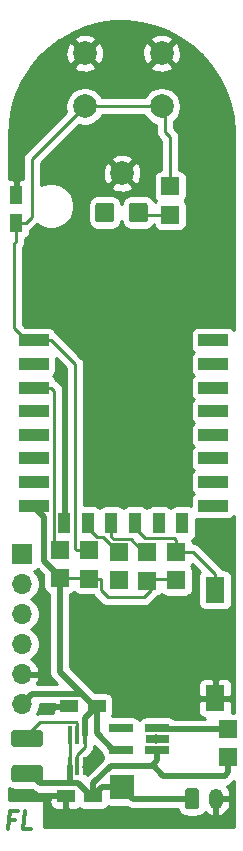
<source format=gbr>
G04 #@! TF.GenerationSoftware,KiCad,Pcbnew,(5.1.5)-1*
G04 #@! TF.CreationDate,2021-02-18T15:35:30+01:00*
G04 #@! TF.ProjectId,button,62757474-6f6e-42e6-9b69-6361645f7063,rev?*
G04 #@! TF.SameCoordinates,Original*
G04 #@! TF.FileFunction,Copper,L1,Top*
G04 #@! TF.FilePolarity,Positive*
%FSLAX46Y46*%
G04 Gerber Fmt 4.6, Leading zero omitted, Abs format (unit mm)*
G04 Created by KiCad (PCBNEW (5.1.5)-1) date 2021-02-18 15:35:30*
%MOMM*%
%LPD*%
G04 APERTURE LIST*
%ADD10C,0.300000*%
%ADD11R,2.000000X0.650000*%
%ADD12C,0.100000*%
%ADD13R,1.500000X1.500000*%
%ADD14O,1.200000X1.750000*%
%ADD15O,1.700000X1.700000*%
%ADD16R,1.700000X1.700000*%
%ADD17R,2.500000X1.000000*%
%ADD18R,1.000000X1.800000*%
%ADD19R,0.400000X1.500000*%
%ADD20R,1.600000X2.180000*%
%ADD21C,2.000000*%
%ADD22R,1.500000X1.100000*%
%ADD23R,1.100000X1.500000*%
%ADD24R,2.000000X2.000000*%
%ADD25C,0.800000*%
%ADD26C,0.250000*%
%ADD27C,0.500000*%
%ADD28C,0.254000*%
G04 APERTURE END LIST*
D10*
X117909285Y-112262857D02*
X117409285Y-112262857D01*
X117311071Y-113048571D02*
X117498571Y-111548571D01*
X118212857Y-111548571D01*
X119311071Y-113048571D02*
X118596785Y-113048571D01*
X118784285Y-111548571D01*
D11*
X126950000Y-106380000D03*
X126950000Y-104480000D03*
X130000000Y-104480000D03*
G04 #@! TA.AperFunction,SMDPad,CuDef*
D12*
G36*
X131000000Y-105105000D02*
G01*
X131000000Y-105755000D01*
X129000000Y-105755000D01*
X129000000Y-105105000D01*
X131000000Y-105105000D01*
G37*
G04 #@! TD.AperFunction*
D11*
X130000000Y-106380000D03*
D13*
X135990000Y-104590000D03*
X135990000Y-106990000D03*
D14*
X134930000Y-110490000D03*
G04 #@! TA.AperFunction,ComponentPad*
D12*
G36*
X133304505Y-109616204D02*
G01*
X133328773Y-109619804D01*
X133352572Y-109625765D01*
X133375671Y-109634030D01*
X133397850Y-109644520D01*
X133418893Y-109657132D01*
X133438599Y-109671747D01*
X133456777Y-109688223D01*
X133473253Y-109706401D01*
X133487868Y-109726107D01*
X133500480Y-109747150D01*
X133510970Y-109769329D01*
X133519235Y-109792428D01*
X133525196Y-109816227D01*
X133528796Y-109840495D01*
X133530000Y-109864999D01*
X133530000Y-111115001D01*
X133528796Y-111139505D01*
X133525196Y-111163773D01*
X133519235Y-111187572D01*
X133510970Y-111210671D01*
X133500480Y-111232850D01*
X133487868Y-111253893D01*
X133473253Y-111273599D01*
X133456777Y-111291777D01*
X133438599Y-111308253D01*
X133418893Y-111322868D01*
X133397850Y-111335480D01*
X133375671Y-111345970D01*
X133352572Y-111354235D01*
X133328773Y-111360196D01*
X133304505Y-111363796D01*
X133280001Y-111365000D01*
X132579999Y-111365000D01*
X132555495Y-111363796D01*
X132531227Y-111360196D01*
X132507428Y-111354235D01*
X132484329Y-111345970D01*
X132462150Y-111335480D01*
X132441107Y-111322868D01*
X132421401Y-111308253D01*
X132403223Y-111291777D01*
X132386747Y-111273599D01*
X132372132Y-111253893D01*
X132359520Y-111232850D01*
X132349030Y-111210671D01*
X132340765Y-111187572D01*
X132334804Y-111163773D01*
X132331204Y-111139505D01*
X132330000Y-111115001D01*
X132330000Y-109864999D01*
X132331204Y-109840495D01*
X132334804Y-109816227D01*
X132340765Y-109792428D01*
X132349030Y-109769329D01*
X132359520Y-109747150D01*
X132372132Y-109726107D01*
X132386747Y-109706401D01*
X132403223Y-109688223D01*
X132421401Y-109671747D01*
X132441107Y-109657132D01*
X132462150Y-109644520D01*
X132484329Y-109634030D01*
X132507428Y-109625765D01*
X132531227Y-109619804D01*
X132555495Y-109616204D01*
X132579999Y-109615000D01*
X133280001Y-109615000D01*
X133304505Y-109616204D01*
G37*
G04 #@! TD.AperFunction*
D15*
X118560000Y-102470000D03*
X118560000Y-99930000D03*
X118560000Y-97390000D03*
X118560000Y-94850000D03*
X118560000Y-92310000D03*
D16*
X118560000Y-89770000D03*
G04 #@! TA.AperFunction,SMDPad,CuDef*
D12*
G36*
X128959504Y-60026204D02*
G01*
X128983773Y-60029804D01*
X129007571Y-60035765D01*
X129030671Y-60044030D01*
X129052849Y-60054520D01*
X129073893Y-60067133D01*
X129093598Y-60081747D01*
X129111777Y-60098223D01*
X129128253Y-60116402D01*
X129142867Y-60136107D01*
X129155480Y-60157151D01*
X129165970Y-60179329D01*
X129174235Y-60202429D01*
X129180196Y-60226227D01*
X129183796Y-60250496D01*
X129185000Y-60275000D01*
X129185000Y-61425000D01*
X129183796Y-61449504D01*
X129180196Y-61473773D01*
X129174235Y-61497571D01*
X129165970Y-61520671D01*
X129155480Y-61542849D01*
X129142867Y-61563893D01*
X129128253Y-61583598D01*
X129111777Y-61601777D01*
X129093598Y-61618253D01*
X129073893Y-61632867D01*
X129052849Y-61645480D01*
X129030671Y-61655970D01*
X129007571Y-61664235D01*
X128983773Y-61670196D01*
X128959504Y-61673796D01*
X128935000Y-61675000D01*
X127835000Y-61675000D01*
X127810496Y-61673796D01*
X127786227Y-61670196D01*
X127762429Y-61664235D01*
X127739329Y-61655970D01*
X127717151Y-61645480D01*
X127696107Y-61632867D01*
X127676402Y-61618253D01*
X127658223Y-61601777D01*
X127641747Y-61583598D01*
X127627133Y-61563893D01*
X127614520Y-61542849D01*
X127604030Y-61520671D01*
X127595765Y-61497571D01*
X127589804Y-61473773D01*
X127586204Y-61449504D01*
X127585000Y-61425000D01*
X127585000Y-60275000D01*
X127586204Y-60250496D01*
X127589804Y-60226227D01*
X127595765Y-60202429D01*
X127604030Y-60179329D01*
X127614520Y-60157151D01*
X127627133Y-60136107D01*
X127641747Y-60116402D01*
X127658223Y-60098223D01*
X127676402Y-60081747D01*
X127696107Y-60067133D01*
X127717151Y-60054520D01*
X127739329Y-60044030D01*
X127762429Y-60035765D01*
X127786227Y-60029804D01*
X127810496Y-60026204D01*
X127835000Y-60025000D01*
X128935000Y-60025000D01*
X128959504Y-60026204D01*
G37*
G04 #@! TD.AperFunction*
G04 #@! TA.AperFunction,SMDPad,CuDef*
G36*
X126109504Y-60026204D02*
G01*
X126133773Y-60029804D01*
X126157571Y-60035765D01*
X126180671Y-60044030D01*
X126202849Y-60054520D01*
X126223893Y-60067133D01*
X126243598Y-60081747D01*
X126261777Y-60098223D01*
X126278253Y-60116402D01*
X126292867Y-60136107D01*
X126305480Y-60157151D01*
X126315970Y-60179329D01*
X126324235Y-60202429D01*
X126330196Y-60226227D01*
X126333796Y-60250496D01*
X126335000Y-60275000D01*
X126335000Y-61425000D01*
X126333796Y-61449504D01*
X126330196Y-61473773D01*
X126324235Y-61497571D01*
X126315970Y-61520671D01*
X126305480Y-61542849D01*
X126292867Y-61563893D01*
X126278253Y-61583598D01*
X126261777Y-61601777D01*
X126243598Y-61618253D01*
X126223893Y-61632867D01*
X126202849Y-61645480D01*
X126180671Y-61655970D01*
X126157571Y-61664235D01*
X126133773Y-61670196D01*
X126109504Y-61673796D01*
X126085000Y-61675000D01*
X124985000Y-61675000D01*
X124960496Y-61673796D01*
X124936227Y-61670196D01*
X124912429Y-61664235D01*
X124889329Y-61655970D01*
X124867151Y-61645480D01*
X124846107Y-61632867D01*
X124826402Y-61618253D01*
X124808223Y-61601777D01*
X124791747Y-61583598D01*
X124777133Y-61563893D01*
X124764520Y-61542849D01*
X124754030Y-61520671D01*
X124745765Y-61497571D01*
X124739804Y-61473773D01*
X124736204Y-61449504D01*
X124735000Y-61425000D01*
X124735000Y-60275000D01*
X124736204Y-60250496D01*
X124739804Y-60226227D01*
X124745765Y-60202429D01*
X124754030Y-60179329D01*
X124764520Y-60157151D01*
X124777133Y-60136107D01*
X124791747Y-60116402D01*
X124808223Y-60098223D01*
X124826402Y-60081747D01*
X124846107Y-60067133D01*
X124867151Y-60054520D01*
X124889329Y-60044030D01*
X124912429Y-60035765D01*
X124936227Y-60029804D01*
X124960496Y-60026204D01*
X124985000Y-60025000D01*
X126085000Y-60025000D01*
X126109504Y-60026204D01*
G37*
G04 #@! TD.AperFunction*
D17*
X134710000Y-71680000D03*
X134710000Y-73680000D03*
X134710000Y-75680000D03*
X134710000Y-77680000D03*
X134710000Y-79680000D03*
X134710000Y-81680000D03*
X134710000Y-83680000D03*
X134710000Y-85680000D03*
D18*
X132110000Y-87180000D03*
X130110000Y-87180000D03*
X128110000Y-87180000D03*
X126110000Y-87180000D03*
X124110000Y-87180000D03*
X122110000Y-87180000D03*
D17*
X119510000Y-85680000D03*
X119510000Y-83680000D03*
X119510000Y-81680000D03*
X119510000Y-79680000D03*
X119510000Y-77680000D03*
X119510000Y-75680000D03*
X119510000Y-73680000D03*
X119510000Y-71680000D03*
D19*
X122560000Y-107750000D03*
X123210000Y-107750000D03*
X123860000Y-107750000D03*
X123860000Y-105090000D03*
X123210000Y-105090000D03*
X122560000Y-105090000D03*
D20*
X134890000Y-92800000D03*
X134890000Y-101980000D03*
D21*
X123850000Y-51880000D03*
X123850000Y-47380000D03*
X130350000Y-51880000D03*
X130350000Y-47380000D03*
D13*
X131090000Y-58650000D03*
X131090000Y-61050000D03*
X126710000Y-89610000D03*
X126710000Y-92010000D03*
X131610000Y-89600000D03*
X131610000Y-92000000D03*
X124180000Y-89450000D03*
X124180000Y-91850000D03*
X129080000Y-89620000D03*
X129080000Y-92020000D03*
X121730000Y-89390000D03*
X121730000Y-91790000D03*
G04 #@! TA.AperFunction,SMDPad,CuDef*
D12*
G36*
X120059504Y-104681204D02*
G01*
X120083773Y-104684804D01*
X120107571Y-104690765D01*
X120130671Y-104699030D01*
X120152849Y-104709520D01*
X120173893Y-104722133D01*
X120193598Y-104736747D01*
X120211777Y-104753223D01*
X120228253Y-104771402D01*
X120242867Y-104791107D01*
X120255480Y-104812151D01*
X120265970Y-104834329D01*
X120274235Y-104857429D01*
X120280196Y-104881227D01*
X120283796Y-104905496D01*
X120285000Y-104930000D01*
X120285000Y-105855000D01*
X120283796Y-105879504D01*
X120280196Y-105903773D01*
X120274235Y-105927571D01*
X120265970Y-105950671D01*
X120255480Y-105972849D01*
X120242867Y-105993893D01*
X120228253Y-106013598D01*
X120211777Y-106031777D01*
X120193598Y-106048253D01*
X120173893Y-106062867D01*
X120152849Y-106075480D01*
X120130671Y-106085970D01*
X120107571Y-106094235D01*
X120083773Y-106100196D01*
X120059504Y-106103796D01*
X120035000Y-106105000D01*
X117885000Y-106105000D01*
X117860496Y-106103796D01*
X117836227Y-106100196D01*
X117812429Y-106094235D01*
X117789329Y-106085970D01*
X117767151Y-106075480D01*
X117746107Y-106062867D01*
X117726402Y-106048253D01*
X117708223Y-106031777D01*
X117691747Y-106013598D01*
X117677133Y-105993893D01*
X117664520Y-105972849D01*
X117654030Y-105950671D01*
X117645765Y-105927571D01*
X117639804Y-105903773D01*
X117636204Y-105879504D01*
X117635000Y-105855000D01*
X117635000Y-104930000D01*
X117636204Y-104905496D01*
X117639804Y-104881227D01*
X117645765Y-104857429D01*
X117654030Y-104834329D01*
X117664520Y-104812151D01*
X117677133Y-104791107D01*
X117691747Y-104771402D01*
X117708223Y-104753223D01*
X117726402Y-104736747D01*
X117746107Y-104722133D01*
X117767151Y-104709520D01*
X117789329Y-104699030D01*
X117812429Y-104690765D01*
X117836227Y-104684804D01*
X117860496Y-104681204D01*
X117885000Y-104680000D01*
X120035000Y-104680000D01*
X120059504Y-104681204D01*
G37*
G04 #@! TD.AperFunction*
G04 #@! TA.AperFunction,SMDPad,CuDef*
G36*
X120059504Y-107656204D02*
G01*
X120083773Y-107659804D01*
X120107571Y-107665765D01*
X120130671Y-107674030D01*
X120152849Y-107684520D01*
X120173893Y-107697133D01*
X120193598Y-107711747D01*
X120211777Y-107728223D01*
X120228253Y-107746402D01*
X120242867Y-107766107D01*
X120255480Y-107787151D01*
X120265970Y-107809329D01*
X120274235Y-107832429D01*
X120280196Y-107856227D01*
X120283796Y-107880496D01*
X120285000Y-107905000D01*
X120285000Y-108830000D01*
X120283796Y-108854504D01*
X120280196Y-108878773D01*
X120274235Y-108902571D01*
X120265970Y-108925671D01*
X120255480Y-108947849D01*
X120242867Y-108968893D01*
X120228253Y-108988598D01*
X120211777Y-109006777D01*
X120193598Y-109023253D01*
X120173893Y-109037867D01*
X120152849Y-109050480D01*
X120130671Y-109060970D01*
X120107571Y-109069235D01*
X120083773Y-109075196D01*
X120059504Y-109078796D01*
X120035000Y-109080000D01*
X117885000Y-109080000D01*
X117860496Y-109078796D01*
X117836227Y-109075196D01*
X117812429Y-109069235D01*
X117789329Y-109060970D01*
X117767151Y-109050480D01*
X117746107Y-109037867D01*
X117726402Y-109023253D01*
X117708223Y-109006777D01*
X117691747Y-108988598D01*
X117677133Y-108968893D01*
X117664520Y-108947849D01*
X117654030Y-108925671D01*
X117645765Y-108902571D01*
X117639804Y-108878773D01*
X117636204Y-108854504D01*
X117635000Y-108830000D01*
X117635000Y-107905000D01*
X117636204Y-107880496D01*
X117639804Y-107856227D01*
X117645765Y-107832429D01*
X117654030Y-107809329D01*
X117664520Y-107787151D01*
X117677133Y-107766107D01*
X117691747Y-107746402D01*
X117708223Y-107728223D01*
X117726402Y-107711747D01*
X117746107Y-107697133D01*
X117767151Y-107684520D01*
X117789329Y-107674030D01*
X117812429Y-107665765D01*
X117836227Y-107659804D01*
X117860496Y-107656204D01*
X117885000Y-107655000D01*
X120035000Y-107655000D01*
X120059504Y-107656204D01*
G37*
G04 #@! TD.AperFunction*
D22*
X122550000Y-102660000D03*
X124850000Y-102660000D03*
D23*
X118050000Y-61710000D03*
X118050000Y-59410000D03*
D22*
X124550000Y-110250000D03*
X122250000Y-110250000D03*
D24*
X127000000Y-109530000D03*
D21*
X127000000Y-57540000D03*
D25*
X134970000Y-102030000D03*
X129920000Y-105420000D03*
X119480000Y-85720000D03*
X125660000Y-60990000D03*
X126660000Y-92000000D03*
X122160000Y-87190000D03*
X122300000Y-110230000D03*
X124070000Y-107800000D03*
X122565000Y-102715000D03*
X124180000Y-89450000D03*
X134790000Y-85720000D03*
X134720000Y-83710000D03*
D26*
X123860000Y-106090000D02*
X123860000Y-105090000D01*
X123860000Y-106100000D02*
X123860000Y-106090000D01*
X123210000Y-106750000D02*
X123860000Y-106100000D01*
X123210000Y-107750000D02*
X123210000Y-106750000D01*
D27*
X123860000Y-103650000D02*
X124850000Y-102660000D01*
X123860000Y-105090000D02*
X123860000Y-103650000D01*
X119409999Y-101620001D02*
X118560000Y-102470000D01*
X124850000Y-102660000D02*
X124650000Y-102660000D01*
X123610001Y-101620001D02*
X119409999Y-101620001D01*
X124650000Y-102660000D02*
X123610001Y-101620001D01*
X121730000Y-99740000D02*
X121730000Y-91790000D01*
X123610001Y-101620001D02*
X121730000Y-99740000D01*
D26*
X124120000Y-91790000D02*
X124180000Y-91850000D01*
X121730000Y-91790000D02*
X124120000Y-91790000D01*
D27*
X121730000Y-91790000D02*
X121730000Y-91710000D01*
X121730000Y-91710000D02*
X120410000Y-90390000D01*
X120410000Y-86650000D02*
X119480000Y-85720000D01*
X120410000Y-90390000D02*
X120410000Y-86650000D01*
D26*
X129430000Y-91860000D02*
X131760000Y-91860000D01*
X125180000Y-91850000D02*
X125180000Y-92840000D01*
X124180000Y-91850000D02*
X125180000Y-91850000D01*
X125180000Y-92840000D02*
X125790000Y-93450000D01*
X129430000Y-92860000D02*
X129430000Y-91860000D01*
X128840000Y-93450000D02*
X129430000Y-92860000D01*
X125790000Y-93450000D02*
X128840000Y-93450000D01*
D27*
X124850000Y-103710000D02*
X124850000Y-102660000D01*
X124850000Y-104955000D02*
X124850000Y-103710000D01*
X126275000Y-106380000D02*
X124850000Y-104955000D01*
X126950000Y-106380000D02*
X126275000Y-106380000D01*
D26*
X119510000Y-71680000D02*
X118870000Y-71680000D01*
X118870000Y-71680000D02*
X117830000Y-70640000D01*
X117830000Y-70640000D02*
X117830000Y-63490000D01*
X118050000Y-63270000D02*
X118050000Y-61710000D01*
X117830000Y-63490000D02*
X118050000Y-63270000D01*
X131090000Y-54470000D02*
X131090000Y-58650000D01*
X123180000Y-89450000D02*
X123050000Y-89320000D01*
X124180000Y-89450000D02*
X124180000Y-89450000D01*
X123050000Y-73720000D02*
X121010000Y-71680000D01*
X121010000Y-71680000D02*
X119510000Y-71680000D01*
X123050000Y-89320000D02*
X123050000Y-73720000D01*
X124180000Y-89450000D02*
X123180000Y-89450000D01*
X123460000Y-52550000D02*
X124150000Y-51860000D01*
X123180000Y-52550000D02*
X123460000Y-52550000D01*
X122940000Y-52790000D02*
X123180000Y-52550000D01*
X118850000Y-61710000D02*
X119359999Y-61200001D01*
X118050000Y-61710000D02*
X118850000Y-61710000D01*
X119359999Y-61200001D02*
X119359999Y-56340001D01*
X122910000Y-52790000D02*
X122940000Y-52790000D01*
X119359999Y-56340001D02*
X122910000Y-52790000D01*
X125564213Y-51860000D02*
X130650000Y-51860000D01*
X124150000Y-51860000D02*
X125564213Y-51860000D01*
X130650000Y-54030000D02*
X130650000Y-51860000D01*
X131090000Y-54470000D02*
X130650000Y-54030000D01*
X128585000Y-61050000D02*
X128385000Y-60850000D01*
X131090000Y-61050000D02*
X128585000Y-61050000D01*
X121010000Y-75680000D02*
X119510000Y-75680000D01*
X121284999Y-88944999D02*
X121284999Y-75954999D01*
X121284999Y-75954999D02*
X121010000Y-75680000D01*
X121730000Y-89390000D02*
X121284999Y-88944999D01*
X126110000Y-88330000D02*
X126110000Y-87180000D01*
X127720001Y-88534999D02*
X126314999Y-88534999D01*
X128805002Y-89620000D02*
X127720001Y-88534999D01*
X126314999Y-88534999D02*
X126110000Y-88330000D01*
X129080000Y-89620000D02*
X128805002Y-89620000D01*
X128935001Y-88405001D02*
X128110000Y-87580000D01*
X128110000Y-87580000D02*
X128110000Y-87180000D01*
X131610000Y-88600000D02*
X131415001Y-88405001D01*
X131415001Y-88405001D02*
X128935001Y-88405001D01*
X131610000Y-89600000D02*
X131610000Y-88600000D01*
X132610000Y-89600000D02*
X131610000Y-89600000D01*
X133030000Y-89600000D02*
X132610000Y-89600000D01*
X134890000Y-91460000D02*
X133030000Y-89600000D01*
X134890000Y-92800000D02*
X134890000Y-91460000D01*
D27*
X125270000Y-109530000D02*
X124550000Y-110250000D01*
X127000000Y-109530000D02*
X125270000Y-109530000D01*
X122560000Y-109000000D02*
X122560000Y-107750000D01*
X122760000Y-109200000D02*
X122560000Y-109000000D01*
X124350000Y-110250000D02*
X123300000Y-109200000D01*
X123300000Y-109200000D02*
X122760000Y-109200000D01*
X124550000Y-110250000D02*
X124350000Y-110250000D01*
D26*
X122560000Y-107750000D02*
X122560000Y-105090000D01*
D27*
X120092500Y-109200000D02*
X118980000Y-108087500D01*
X122760000Y-109200000D02*
X120092500Y-109200000D01*
X127960000Y-110490000D02*
X127000000Y-109530000D01*
X132930000Y-110490000D02*
X127960000Y-110490000D01*
X124550000Y-109200000D02*
X126070000Y-107680000D01*
X124550000Y-110250000D02*
X124550000Y-109200000D01*
X130000000Y-107205000D02*
X130000000Y-106380000D01*
X126070000Y-107680000D02*
X129525000Y-107680000D01*
X130510001Y-108550001D02*
X129590000Y-107630000D01*
X135679999Y-108550001D02*
X130510001Y-108550001D01*
X135990000Y-108240000D02*
X135679999Y-108550001D01*
X135990000Y-106990000D02*
X135990000Y-108240000D01*
X129590000Y-107630000D02*
X130000000Y-107205000D01*
X129525000Y-107680000D02*
X129590000Y-107630000D01*
D26*
X123210000Y-104090000D02*
X123210000Y-105090000D01*
X123134999Y-104014999D02*
X123210000Y-104090000D01*
X120077501Y-104014999D02*
X123134999Y-104014999D01*
X118980000Y-105112500D02*
X120077501Y-104014999D01*
X124860000Y-88330000D02*
X124110000Y-87580000D01*
X125360000Y-88330000D02*
X124860000Y-88330000D01*
X124110000Y-87580000D02*
X124110000Y-87180000D01*
X126710000Y-89610000D02*
X126640000Y-89610000D01*
X126640000Y-89610000D02*
X125360000Y-88330000D01*
D27*
X130110000Y-104590000D02*
X130000000Y-104480000D01*
X135990000Y-104590000D02*
X130110000Y-104590000D01*
D28*
G36*
X136461901Y-112852600D02*
G01*
X120395000Y-112852600D01*
X120395000Y-110800000D01*
X120861928Y-110800000D01*
X120874188Y-110924482D01*
X120910498Y-111044180D01*
X120969463Y-111154494D01*
X121048815Y-111251185D01*
X121145506Y-111330537D01*
X121255820Y-111389502D01*
X121375518Y-111425812D01*
X121500000Y-111438072D01*
X121964250Y-111435000D01*
X122123000Y-111276250D01*
X122123000Y-110377000D01*
X121023750Y-110377000D01*
X120865000Y-110535750D01*
X120861928Y-110800000D01*
X120395000Y-110800000D01*
X120395000Y-110580000D01*
X117461747Y-110580000D01*
X117461696Y-109605865D01*
X117545150Y-109650472D01*
X117711746Y-109701008D01*
X117885000Y-109718072D01*
X119358993Y-109718072D01*
X119435970Y-109795049D01*
X119463683Y-109828817D01*
X119497451Y-109856530D01*
X119497453Y-109856532D01*
X119598441Y-109939411D01*
X119752186Y-110021589D01*
X119919010Y-110072195D01*
X120049023Y-110085000D01*
X120049031Y-110085000D01*
X120092500Y-110089281D01*
X120135969Y-110085000D01*
X120985750Y-110085000D01*
X121023750Y-110123000D01*
X122123000Y-110123000D01*
X122123000Y-110103000D01*
X122377000Y-110103000D01*
X122377000Y-110123000D01*
X122397000Y-110123000D01*
X122397000Y-110377000D01*
X122377000Y-110377000D01*
X122377000Y-111276250D01*
X122535750Y-111435000D01*
X123000000Y-111438072D01*
X123124482Y-111425812D01*
X123244180Y-111389502D01*
X123354494Y-111330537D01*
X123400000Y-111293191D01*
X123445506Y-111330537D01*
X123555820Y-111389502D01*
X123675518Y-111425812D01*
X123800000Y-111438072D01*
X125300000Y-111438072D01*
X125424482Y-111425812D01*
X125544180Y-111389502D01*
X125654494Y-111330537D01*
X125751185Y-111251185D01*
X125830537Y-111154494D01*
X125836207Y-111143887D01*
X125875518Y-111155812D01*
X126000000Y-111168072D01*
X127391200Y-111168072D01*
X127465941Y-111229411D01*
X127619687Y-111311589D01*
X127786510Y-111362195D01*
X127916523Y-111375000D01*
X127916533Y-111375000D01*
X127959999Y-111379281D01*
X128003466Y-111375000D01*
X131735306Y-111375000D01*
X131759528Y-111454851D01*
X131841595Y-111608387D01*
X131952038Y-111742962D01*
X132086613Y-111853405D01*
X132240149Y-111935472D01*
X132406745Y-111986008D01*
X132579999Y-112003072D01*
X133280001Y-112003072D01*
X133453255Y-111986008D01*
X133619851Y-111935472D01*
X133773387Y-111853405D01*
X133907962Y-111742962D01*
X134018405Y-111608387D01*
X134020967Y-111603594D01*
X134146526Y-111728078D01*
X134349467Y-111862421D01*
X134574718Y-111954591D01*
X134612391Y-111958462D01*
X134803000Y-111833731D01*
X134803000Y-110617000D01*
X135057000Y-110617000D01*
X135057000Y-111833731D01*
X135247609Y-111958462D01*
X135285282Y-111954591D01*
X135510533Y-111862421D01*
X135713474Y-111728078D01*
X135886307Y-111556725D01*
X136022390Y-111354946D01*
X136116493Y-111130496D01*
X136165000Y-110892000D01*
X136165000Y-110617000D01*
X135057000Y-110617000D01*
X134803000Y-110617000D01*
X134783000Y-110617000D01*
X134783000Y-110363000D01*
X134803000Y-110363000D01*
X134803000Y-110343000D01*
X135057000Y-110343000D01*
X135057000Y-110363000D01*
X136165000Y-110363000D01*
X136165000Y-110088000D01*
X136116493Y-109849504D01*
X136022390Y-109625054D01*
X135886307Y-109423275D01*
X135877785Y-109414826D01*
X136020312Y-109371590D01*
X136174058Y-109289412D01*
X136308816Y-109178818D01*
X136336533Y-109145045D01*
X136461901Y-109019677D01*
X136461901Y-112852600D01*
G37*
X136461901Y-112852600D02*
X120395000Y-112852600D01*
X120395000Y-110800000D01*
X120861928Y-110800000D01*
X120874188Y-110924482D01*
X120910498Y-111044180D01*
X120969463Y-111154494D01*
X121048815Y-111251185D01*
X121145506Y-111330537D01*
X121255820Y-111389502D01*
X121375518Y-111425812D01*
X121500000Y-111438072D01*
X121964250Y-111435000D01*
X122123000Y-111276250D01*
X122123000Y-110377000D01*
X121023750Y-110377000D01*
X120865000Y-110535750D01*
X120861928Y-110800000D01*
X120395000Y-110800000D01*
X120395000Y-110580000D01*
X117461747Y-110580000D01*
X117461696Y-109605865D01*
X117545150Y-109650472D01*
X117711746Y-109701008D01*
X117885000Y-109718072D01*
X119358993Y-109718072D01*
X119435970Y-109795049D01*
X119463683Y-109828817D01*
X119497451Y-109856530D01*
X119497453Y-109856532D01*
X119598441Y-109939411D01*
X119752186Y-110021589D01*
X119919010Y-110072195D01*
X120049023Y-110085000D01*
X120049031Y-110085000D01*
X120092500Y-110089281D01*
X120135969Y-110085000D01*
X120985750Y-110085000D01*
X121023750Y-110123000D01*
X122123000Y-110123000D01*
X122123000Y-110103000D01*
X122377000Y-110103000D01*
X122377000Y-110123000D01*
X122397000Y-110123000D01*
X122397000Y-110377000D01*
X122377000Y-110377000D01*
X122377000Y-111276250D01*
X122535750Y-111435000D01*
X123000000Y-111438072D01*
X123124482Y-111425812D01*
X123244180Y-111389502D01*
X123354494Y-111330537D01*
X123400000Y-111293191D01*
X123445506Y-111330537D01*
X123555820Y-111389502D01*
X123675518Y-111425812D01*
X123800000Y-111438072D01*
X125300000Y-111438072D01*
X125424482Y-111425812D01*
X125544180Y-111389502D01*
X125654494Y-111330537D01*
X125751185Y-111251185D01*
X125830537Y-111154494D01*
X125836207Y-111143887D01*
X125875518Y-111155812D01*
X126000000Y-111168072D01*
X127391200Y-111168072D01*
X127465941Y-111229411D01*
X127619687Y-111311589D01*
X127786510Y-111362195D01*
X127916523Y-111375000D01*
X127916533Y-111375000D01*
X127959999Y-111379281D01*
X128003466Y-111375000D01*
X131735306Y-111375000D01*
X131759528Y-111454851D01*
X131841595Y-111608387D01*
X131952038Y-111742962D01*
X132086613Y-111853405D01*
X132240149Y-111935472D01*
X132406745Y-111986008D01*
X132579999Y-112003072D01*
X133280001Y-112003072D01*
X133453255Y-111986008D01*
X133619851Y-111935472D01*
X133773387Y-111853405D01*
X133907962Y-111742962D01*
X134018405Y-111608387D01*
X134020967Y-111603594D01*
X134146526Y-111728078D01*
X134349467Y-111862421D01*
X134574718Y-111954591D01*
X134612391Y-111958462D01*
X134803000Y-111833731D01*
X134803000Y-110617000D01*
X135057000Y-110617000D01*
X135057000Y-111833731D01*
X135247609Y-111958462D01*
X135285282Y-111954591D01*
X135510533Y-111862421D01*
X135713474Y-111728078D01*
X135886307Y-111556725D01*
X136022390Y-111354946D01*
X136116493Y-111130496D01*
X136165000Y-110892000D01*
X136165000Y-110617000D01*
X135057000Y-110617000D01*
X134803000Y-110617000D01*
X134783000Y-110617000D01*
X134783000Y-110363000D01*
X134803000Y-110363000D01*
X134803000Y-110343000D01*
X135057000Y-110343000D01*
X135057000Y-110363000D01*
X136165000Y-110363000D01*
X136165000Y-110088000D01*
X136116493Y-109849504D01*
X136022390Y-109625054D01*
X135886307Y-109423275D01*
X135877785Y-109414826D01*
X136020312Y-109371590D01*
X136174058Y-109289412D01*
X136308816Y-109178818D01*
X136336533Y-109145045D01*
X136461901Y-109019677D01*
X136461901Y-112852600D01*
G36*
X125311928Y-106668507D02*
G01*
X125311928Y-106705000D01*
X125324188Y-106829482D01*
X125360498Y-106949180D01*
X125419463Y-107059494D01*
X125426913Y-107068571D01*
X125413470Y-107084951D01*
X124048072Y-108450350D01*
X124048072Y-107000000D01*
X124046882Y-106987919D01*
X124371004Y-106663798D01*
X124400001Y-106640001D01*
X124494974Y-106524276D01*
X124565546Y-106392247D01*
X124609003Y-106248986D01*
X124619754Y-106139834D01*
X124649502Y-106084180D01*
X124667679Y-106024258D01*
X125311928Y-106668507D01*
G37*
X125311928Y-106668507D02*
X125311928Y-106705000D01*
X125324188Y-106829482D01*
X125360498Y-106949180D01*
X125419463Y-107059494D01*
X125426913Y-107068571D01*
X125413470Y-107084951D01*
X124048072Y-108450350D01*
X124048072Y-107000000D01*
X124046882Y-106987919D01*
X124371004Y-106663798D01*
X124400001Y-106640001D01*
X124494974Y-106524276D01*
X124565546Y-106392247D01*
X124609003Y-106248986D01*
X124619754Y-106139834D01*
X124649502Y-106084180D01*
X124667679Y-106024258D01*
X125311928Y-106668507D01*
G36*
X136461901Y-103201928D02*
G01*
X136313553Y-103201928D01*
X136315812Y-103194482D01*
X136328072Y-103070000D01*
X136325000Y-102265750D01*
X136166250Y-102107000D01*
X135017000Y-102107000D01*
X135017000Y-102127000D01*
X134763000Y-102127000D01*
X134763000Y-102107000D01*
X133613750Y-102107000D01*
X133455000Y-102265750D01*
X133451928Y-103070000D01*
X133464188Y-103194482D01*
X133500498Y-103314180D01*
X133559463Y-103424494D01*
X133638815Y-103521185D01*
X133735506Y-103600537D01*
X133845820Y-103659502D01*
X133965518Y-103695812D01*
X134058808Y-103705000D01*
X131452158Y-103705000D01*
X131451185Y-103703815D01*
X131354494Y-103624463D01*
X131244180Y-103565498D01*
X131124482Y-103529188D01*
X131000000Y-103516928D01*
X129000000Y-103516928D01*
X128875518Y-103529188D01*
X128755820Y-103565498D01*
X128645506Y-103624463D01*
X128548815Y-103703815D01*
X128475000Y-103793759D01*
X128401185Y-103703815D01*
X128304494Y-103624463D01*
X128194180Y-103565498D01*
X128074482Y-103529188D01*
X127950000Y-103516928D01*
X126155962Y-103516928D01*
X126189502Y-103454180D01*
X126225812Y-103334482D01*
X126238072Y-103210000D01*
X126238072Y-102110000D01*
X126225812Y-101985518D01*
X126189502Y-101865820D01*
X126130537Y-101755506D01*
X126051185Y-101658815D01*
X125954494Y-101579463D01*
X125844180Y-101520498D01*
X125724482Y-101484188D01*
X125600000Y-101471928D01*
X124713506Y-101471928D01*
X124266535Y-101024957D01*
X124238818Y-100991184D01*
X124205050Y-100963471D01*
X124131579Y-100890000D01*
X133451928Y-100890000D01*
X133455000Y-101694250D01*
X133613750Y-101853000D01*
X134763000Y-101853000D01*
X134763000Y-100413750D01*
X135017000Y-100413750D01*
X135017000Y-101853000D01*
X136166250Y-101853000D01*
X136325000Y-101694250D01*
X136328072Y-100890000D01*
X136315812Y-100765518D01*
X136279502Y-100645820D01*
X136220537Y-100535506D01*
X136141185Y-100438815D01*
X136044494Y-100359463D01*
X135934180Y-100300498D01*
X135814482Y-100264188D01*
X135690000Y-100251928D01*
X135175750Y-100255000D01*
X135017000Y-100413750D01*
X134763000Y-100413750D01*
X134604250Y-100255000D01*
X134090000Y-100251928D01*
X133965518Y-100264188D01*
X133845820Y-100300498D01*
X133735506Y-100359463D01*
X133638815Y-100438815D01*
X133559463Y-100535506D01*
X133500498Y-100645820D01*
X133464188Y-100765518D01*
X133451928Y-100890000D01*
X124131579Y-100890000D01*
X122615000Y-99373422D01*
X122615000Y-93162621D01*
X122724180Y-93129502D01*
X122834494Y-93070537D01*
X122930223Y-92991975D01*
X122978815Y-93051185D01*
X123075506Y-93130537D01*
X123185820Y-93189502D01*
X123305518Y-93225812D01*
X123430000Y-93238072D01*
X124531020Y-93238072D01*
X124545026Y-93264276D01*
X124606763Y-93339502D01*
X124640000Y-93380001D01*
X124668998Y-93403799D01*
X125226200Y-93961002D01*
X125249999Y-93990001D01*
X125365724Y-94084974D01*
X125497753Y-94155546D01*
X125641014Y-94199003D01*
X125752667Y-94210000D01*
X125752676Y-94210000D01*
X125789999Y-94213676D01*
X125827322Y-94210000D01*
X128802678Y-94210000D01*
X128840000Y-94213676D01*
X128877322Y-94210000D01*
X128877333Y-94210000D01*
X128988986Y-94199003D01*
X129132247Y-94155546D01*
X129264276Y-94084974D01*
X129380001Y-93990001D01*
X129403803Y-93960998D01*
X129941004Y-93423798D01*
X129970001Y-93400001D01*
X129979722Y-93388155D01*
X130074180Y-93359502D01*
X130184494Y-93300537D01*
X130281185Y-93221185D01*
X130353207Y-93133426D01*
X130408815Y-93201185D01*
X130505506Y-93280537D01*
X130615820Y-93339502D01*
X130735518Y-93375812D01*
X130860000Y-93388072D01*
X132360000Y-93388072D01*
X132484482Y-93375812D01*
X132604180Y-93339502D01*
X132714494Y-93280537D01*
X132811185Y-93201185D01*
X132890537Y-93104494D01*
X132949502Y-92994180D01*
X132985812Y-92874482D01*
X132998072Y-92750000D01*
X132998072Y-91250000D01*
X132985812Y-91125518D01*
X132949502Y-91005820D01*
X132890537Y-90895506D01*
X132812158Y-90800000D01*
X132890537Y-90704494D01*
X132949459Y-90594260D01*
X133627636Y-91272437D01*
X133559463Y-91355506D01*
X133500498Y-91465820D01*
X133464188Y-91585518D01*
X133451928Y-91710000D01*
X133451928Y-93890000D01*
X133464188Y-94014482D01*
X133500498Y-94134180D01*
X133559463Y-94244494D01*
X133638815Y-94341185D01*
X133735506Y-94420537D01*
X133845820Y-94479502D01*
X133965518Y-94515812D01*
X134090000Y-94528072D01*
X135690000Y-94528072D01*
X135814482Y-94515812D01*
X135934180Y-94479502D01*
X136044494Y-94420537D01*
X136141185Y-94341185D01*
X136220537Y-94244494D01*
X136279502Y-94134180D01*
X136315812Y-94014482D01*
X136328072Y-93890000D01*
X136328072Y-91710000D01*
X136315812Y-91585518D01*
X136279502Y-91465820D01*
X136220537Y-91355506D01*
X136141185Y-91258815D01*
X136044494Y-91179463D01*
X135934180Y-91120498D01*
X135814482Y-91084188D01*
X135690000Y-91071928D01*
X135544326Y-91071928D01*
X135524974Y-91035724D01*
X135430001Y-90919999D01*
X135401003Y-90896201D01*
X133593804Y-89089003D01*
X133570001Y-89059999D01*
X133454276Y-88965026D01*
X133322247Y-88894454D01*
X133178986Y-88850997D01*
X133067333Y-88840000D01*
X133067322Y-88840000D01*
X133030000Y-88836324D01*
X132997045Y-88839570D01*
X132985812Y-88725518D01*
X132952825Y-88616774D01*
X132964494Y-88610537D01*
X133061185Y-88531185D01*
X133140537Y-88434494D01*
X133199502Y-88324180D01*
X133235812Y-88204482D01*
X133248072Y-88080000D01*
X133248072Y-86779286D01*
X133335518Y-86805812D01*
X133460000Y-86818072D01*
X135960000Y-86818072D01*
X136084482Y-86805812D01*
X136204180Y-86769502D01*
X136314494Y-86710537D01*
X136411185Y-86631185D01*
X136461901Y-86569388D01*
X136461901Y-103201928D01*
G37*
X136461901Y-103201928D02*
X136313553Y-103201928D01*
X136315812Y-103194482D01*
X136328072Y-103070000D01*
X136325000Y-102265750D01*
X136166250Y-102107000D01*
X135017000Y-102107000D01*
X135017000Y-102127000D01*
X134763000Y-102127000D01*
X134763000Y-102107000D01*
X133613750Y-102107000D01*
X133455000Y-102265750D01*
X133451928Y-103070000D01*
X133464188Y-103194482D01*
X133500498Y-103314180D01*
X133559463Y-103424494D01*
X133638815Y-103521185D01*
X133735506Y-103600537D01*
X133845820Y-103659502D01*
X133965518Y-103695812D01*
X134058808Y-103705000D01*
X131452158Y-103705000D01*
X131451185Y-103703815D01*
X131354494Y-103624463D01*
X131244180Y-103565498D01*
X131124482Y-103529188D01*
X131000000Y-103516928D01*
X129000000Y-103516928D01*
X128875518Y-103529188D01*
X128755820Y-103565498D01*
X128645506Y-103624463D01*
X128548815Y-103703815D01*
X128475000Y-103793759D01*
X128401185Y-103703815D01*
X128304494Y-103624463D01*
X128194180Y-103565498D01*
X128074482Y-103529188D01*
X127950000Y-103516928D01*
X126155962Y-103516928D01*
X126189502Y-103454180D01*
X126225812Y-103334482D01*
X126238072Y-103210000D01*
X126238072Y-102110000D01*
X126225812Y-101985518D01*
X126189502Y-101865820D01*
X126130537Y-101755506D01*
X126051185Y-101658815D01*
X125954494Y-101579463D01*
X125844180Y-101520498D01*
X125724482Y-101484188D01*
X125600000Y-101471928D01*
X124713506Y-101471928D01*
X124266535Y-101024957D01*
X124238818Y-100991184D01*
X124205050Y-100963471D01*
X124131579Y-100890000D01*
X133451928Y-100890000D01*
X133455000Y-101694250D01*
X133613750Y-101853000D01*
X134763000Y-101853000D01*
X134763000Y-100413750D01*
X135017000Y-100413750D01*
X135017000Y-101853000D01*
X136166250Y-101853000D01*
X136325000Y-101694250D01*
X136328072Y-100890000D01*
X136315812Y-100765518D01*
X136279502Y-100645820D01*
X136220537Y-100535506D01*
X136141185Y-100438815D01*
X136044494Y-100359463D01*
X135934180Y-100300498D01*
X135814482Y-100264188D01*
X135690000Y-100251928D01*
X135175750Y-100255000D01*
X135017000Y-100413750D01*
X134763000Y-100413750D01*
X134604250Y-100255000D01*
X134090000Y-100251928D01*
X133965518Y-100264188D01*
X133845820Y-100300498D01*
X133735506Y-100359463D01*
X133638815Y-100438815D01*
X133559463Y-100535506D01*
X133500498Y-100645820D01*
X133464188Y-100765518D01*
X133451928Y-100890000D01*
X124131579Y-100890000D01*
X122615000Y-99373422D01*
X122615000Y-93162621D01*
X122724180Y-93129502D01*
X122834494Y-93070537D01*
X122930223Y-92991975D01*
X122978815Y-93051185D01*
X123075506Y-93130537D01*
X123185820Y-93189502D01*
X123305518Y-93225812D01*
X123430000Y-93238072D01*
X124531020Y-93238072D01*
X124545026Y-93264276D01*
X124606763Y-93339502D01*
X124640000Y-93380001D01*
X124668998Y-93403799D01*
X125226200Y-93961002D01*
X125249999Y-93990001D01*
X125365724Y-94084974D01*
X125497753Y-94155546D01*
X125641014Y-94199003D01*
X125752667Y-94210000D01*
X125752676Y-94210000D01*
X125789999Y-94213676D01*
X125827322Y-94210000D01*
X128802678Y-94210000D01*
X128840000Y-94213676D01*
X128877322Y-94210000D01*
X128877333Y-94210000D01*
X128988986Y-94199003D01*
X129132247Y-94155546D01*
X129264276Y-94084974D01*
X129380001Y-93990001D01*
X129403803Y-93960998D01*
X129941004Y-93423798D01*
X129970001Y-93400001D01*
X129979722Y-93388155D01*
X130074180Y-93359502D01*
X130184494Y-93300537D01*
X130281185Y-93221185D01*
X130353207Y-93133426D01*
X130408815Y-93201185D01*
X130505506Y-93280537D01*
X130615820Y-93339502D01*
X130735518Y-93375812D01*
X130860000Y-93388072D01*
X132360000Y-93388072D01*
X132484482Y-93375812D01*
X132604180Y-93339502D01*
X132714494Y-93280537D01*
X132811185Y-93201185D01*
X132890537Y-93104494D01*
X132949502Y-92994180D01*
X132985812Y-92874482D01*
X132998072Y-92750000D01*
X132998072Y-91250000D01*
X132985812Y-91125518D01*
X132949502Y-91005820D01*
X132890537Y-90895506D01*
X132812158Y-90800000D01*
X132890537Y-90704494D01*
X132949459Y-90594260D01*
X133627636Y-91272437D01*
X133559463Y-91355506D01*
X133500498Y-91465820D01*
X133464188Y-91585518D01*
X133451928Y-91710000D01*
X133451928Y-93890000D01*
X133464188Y-94014482D01*
X133500498Y-94134180D01*
X133559463Y-94244494D01*
X133638815Y-94341185D01*
X133735506Y-94420537D01*
X133845820Y-94479502D01*
X133965518Y-94515812D01*
X134090000Y-94528072D01*
X135690000Y-94528072D01*
X135814482Y-94515812D01*
X135934180Y-94479502D01*
X136044494Y-94420537D01*
X136141185Y-94341185D01*
X136220537Y-94244494D01*
X136279502Y-94134180D01*
X136315812Y-94014482D01*
X136328072Y-93890000D01*
X136328072Y-91710000D01*
X136315812Y-91585518D01*
X136279502Y-91465820D01*
X136220537Y-91355506D01*
X136141185Y-91258815D01*
X136044494Y-91179463D01*
X135934180Y-91120498D01*
X135814482Y-91084188D01*
X135690000Y-91071928D01*
X135544326Y-91071928D01*
X135524974Y-91035724D01*
X135430001Y-90919999D01*
X135401003Y-90896201D01*
X133593804Y-89089003D01*
X133570001Y-89059999D01*
X133454276Y-88965026D01*
X133322247Y-88894454D01*
X133178986Y-88850997D01*
X133067333Y-88840000D01*
X133067322Y-88840000D01*
X133030000Y-88836324D01*
X132997045Y-88839570D01*
X132985812Y-88725518D01*
X132952825Y-88616774D01*
X132964494Y-88610537D01*
X133061185Y-88531185D01*
X133140537Y-88434494D01*
X133199502Y-88324180D01*
X133235812Y-88204482D01*
X133248072Y-88080000D01*
X133248072Y-86779286D01*
X133335518Y-86805812D01*
X133460000Y-86818072D01*
X135960000Y-86818072D01*
X136084482Y-86805812D01*
X136204180Y-86769502D01*
X136314494Y-86710537D01*
X136411185Y-86631185D01*
X136461901Y-86569388D01*
X136461901Y-103201928D01*
G36*
X121323750Y-102533000D02*
G01*
X122423000Y-102533000D01*
X122423000Y-102513000D01*
X122677000Y-102513000D01*
X122677000Y-102533000D01*
X122697000Y-102533000D01*
X122697000Y-102787000D01*
X122677000Y-102787000D01*
X122677000Y-102807000D01*
X122423000Y-102807000D01*
X122423000Y-102787000D01*
X121323750Y-102787000D01*
X121165000Y-102945750D01*
X121161928Y-103210000D01*
X121166360Y-103254999D01*
X120114826Y-103254999D01*
X120077501Y-103251323D01*
X120040176Y-103254999D01*
X120040168Y-103254999D01*
X119928515Y-103265996D01*
X119785254Y-103309453D01*
X119784998Y-103309590D01*
X119875990Y-103173411D01*
X119987932Y-102903158D01*
X120045000Y-102616260D01*
X120045000Y-102505001D01*
X121295751Y-102505001D01*
X121323750Y-102533000D01*
G37*
X121323750Y-102533000D02*
X122423000Y-102533000D01*
X122423000Y-102513000D01*
X122677000Y-102513000D01*
X122677000Y-102533000D01*
X122697000Y-102533000D01*
X122697000Y-102787000D01*
X122677000Y-102787000D01*
X122677000Y-102807000D01*
X122423000Y-102807000D01*
X122423000Y-102787000D01*
X121323750Y-102787000D01*
X121165000Y-102945750D01*
X121161928Y-103210000D01*
X121166360Y-103254999D01*
X120114826Y-103254999D01*
X120077501Y-103251323D01*
X120040176Y-103254999D01*
X120040168Y-103254999D01*
X119928515Y-103265996D01*
X119785254Y-103309453D01*
X119784998Y-103309590D01*
X119875990Y-103173411D01*
X119987932Y-102903158D01*
X120045000Y-102616260D01*
X120045000Y-102505001D01*
X121295751Y-102505001D01*
X121323750Y-102533000D01*
G36*
X120341928Y-91573506D02*
G01*
X120341928Y-92540000D01*
X120354188Y-92664482D01*
X120390498Y-92784180D01*
X120449463Y-92894494D01*
X120528815Y-92991185D01*
X120625506Y-93070537D01*
X120735820Y-93129502D01*
X120845001Y-93162622D01*
X120845000Y-99696531D01*
X120840719Y-99740000D01*
X120845000Y-99783469D01*
X120845000Y-99783476D01*
X120857805Y-99913489D01*
X120908411Y-100080312D01*
X120990589Y-100234058D01*
X121101183Y-100368817D01*
X121134956Y-100396534D01*
X121473423Y-100735001D01*
X119803237Y-100735001D01*
X119831641Y-100696920D01*
X119956825Y-100434099D01*
X120001476Y-100286890D01*
X119880155Y-100057000D01*
X118687000Y-100057000D01*
X118687000Y-100077000D01*
X118433000Y-100077000D01*
X118433000Y-100057000D01*
X118413000Y-100057000D01*
X118413000Y-99803000D01*
X118433000Y-99803000D01*
X118433000Y-99783000D01*
X118687000Y-99783000D01*
X118687000Y-99803000D01*
X119880155Y-99803000D01*
X120001476Y-99573110D01*
X119956825Y-99425901D01*
X119831641Y-99163080D01*
X119657588Y-98929731D01*
X119441355Y-98734822D01*
X119324466Y-98665195D01*
X119506632Y-98543475D01*
X119713475Y-98336632D01*
X119875990Y-98093411D01*
X119987932Y-97823158D01*
X120045000Y-97536260D01*
X120045000Y-97243740D01*
X119987932Y-96956842D01*
X119875990Y-96686589D01*
X119713475Y-96443368D01*
X119506632Y-96236525D01*
X119332240Y-96120000D01*
X119506632Y-96003475D01*
X119713475Y-95796632D01*
X119875990Y-95553411D01*
X119987932Y-95283158D01*
X120045000Y-94996260D01*
X120045000Y-94703740D01*
X119987932Y-94416842D01*
X119875990Y-94146589D01*
X119713475Y-93903368D01*
X119506632Y-93696525D01*
X119332240Y-93580000D01*
X119506632Y-93463475D01*
X119713475Y-93256632D01*
X119875990Y-93013411D01*
X119987932Y-92743158D01*
X120045000Y-92456260D01*
X120045000Y-92163740D01*
X119987932Y-91876842D01*
X119875990Y-91606589D01*
X119713475Y-91363368D01*
X119581620Y-91231513D01*
X119654180Y-91209502D01*
X119764494Y-91150537D01*
X119849333Y-91080911D01*
X120341928Y-91573506D01*
G37*
X120341928Y-91573506D02*
X120341928Y-92540000D01*
X120354188Y-92664482D01*
X120390498Y-92784180D01*
X120449463Y-92894494D01*
X120528815Y-92991185D01*
X120625506Y-93070537D01*
X120735820Y-93129502D01*
X120845001Y-93162622D01*
X120845000Y-99696531D01*
X120840719Y-99740000D01*
X120845000Y-99783469D01*
X120845000Y-99783476D01*
X120857805Y-99913489D01*
X120908411Y-100080312D01*
X120990589Y-100234058D01*
X121101183Y-100368817D01*
X121134956Y-100396534D01*
X121473423Y-100735001D01*
X119803237Y-100735001D01*
X119831641Y-100696920D01*
X119956825Y-100434099D01*
X120001476Y-100286890D01*
X119880155Y-100057000D01*
X118687000Y-100057000D01*
X118687000Y-100077000D01*
X118433000Y-100077000D01*
X118433000Y-100057000D01*
X118413000Y-100057000D01*
X118413000Y-99803000D01*
X118433000Y-99803000D01*
X118433000Y-99783000D01*
X118687000Y-99783000D01*
X118687000Y-99803000D01*
X119880155Y-99803000D01*
X120001476Y-99573110D01*
X119956825Y-99425901D01*
X119831641Y-99163080D01*
X119657588Y-98929731D01*
X119441355Y-98734822D01*
X119324466Y-98665195D01*
X119506632Y-98543475D01*
X119713475Y-98336632D01*
X119875990Y-98093411D01*
X119987932Y-97823158D01*
X120045000Y-97536260D01*
X120045000Y-97243740D01*
X119987932Y-96956842D01*
X119875990Y-96686589D01*
X119713475Y-96443368D01*
X119506632Y-96236525D01*
X119332240Y-96120000D01*
X119506632Y-96003475D01*
X119713475Y-95796632D01*
X119875990Y-95553411D01*
X119987932Y-95283158D01*
X120045000Y-94996260D01*
X120045000Y-94703740D01*
X119987932Y-94416842D01*
X119875990Y-94146589D01*
X119713475Y-93903368D01*
X119506632Y-93696525D01*
X119332240Y-93580000D01*
X119506632Y-93463475D01*
X119713475Y-93256632D01*
X119875990Y-93013411D01*
X119987932Y-92743158D01*
X120045000Y-92456260D01*
X120045000Y-92163740D01*
X119987932Y-91876842D01*
X119875990Y-91606589D01*
X119713475Y-91363368D01*
X119581620Y-91231513D01*
X119654180Y-91209502D01*
X119764494Y-91150537D01*
X119849333Y-91080911D01*
X120341928Y-91573506D01*
G36*
X126837000Y-91883000D02*
G01*
X126857000Y-91883000D01*
X126857000Y-92137000D01*
X126837000Y-92137000D01*
X126837000Y-92157000D01*
X126583000Y-92157000D01*
X126583000Y-92137000D01*
X126563000Y-92137000D01*
X126563000Y-91883000D01*
X126583000Y-91883000D01*
X126583000Y-91863000D01*
X126837000Y-91863000D01*
X126837000Y-91883000D01*
G37*
X126837000Y-91883000D02*
X126857000Y-91883000D01*
X126857000Y-92137000D01*
X126837000Y-92137000D01*
X126837000Y-92157000D01*
X126583000Y-92157000D01*
X126583000Y-92137000D01*
X126563000Y-92137000D01*
X126563000Y-91883000D01*
X126583000Y-91883000D01*
X126583000Y-91863000D01*
X126837000Y-91863000D01*
X126837000Y-91883000D01*
G36*
X122290001Y-74034803D02*
G01*
X122290000Y-85750750D01*
X122237000Y-85803750D01*
X122237000Y-87053000D01*
X122257000Y-87053000D01*
X122257000Y-87307000D01*
X122237000Y-87307000D01*
X122237000Y-87327000D01*
X122044999Y-87327000D01*
X122044999Y-75992321D01*
X122048675Y-75954998D01*
X122044999Y-75917675D01*
X122044999Y-75917666D01*
X122034002Y-75806013D01*
X121990545Y-75662752D01*
X121919973Y-75530723D01*
X121825000Y-75414998D01*
X121795996Y-75391195D01*
X121573804Y-75169003D01*
X121550001Y-75139999D01*
X121434276Y-75045026D01*
X121372634Y-75012077D01*
X121349502Y-74935820D01*
X121290537Y-74825506D01*
X121211185Y-74728815D01*
X121151704Y-74680000D01*
X121211185Y-74631185D01*
X121290537Y-74534494D01*
X121349502Y-74424180D01*
X121385812Y-74304482D01*
X121398072Y-74180000D01*
X121398072Y-73180000D01*
X121394016Y-73138817D01*
X122290001Y-74034803D01*
G37*
X122290001Y-74034803D02*
X122290000Y-85750750D01*
X122237000Y-85803750D01*
X122237000Y-87053000D01*
X122257000Y-87053000D01*
X122257000Y-87307000D01*
X122237000Y-87307000D01*
X122237000Y-87327000D01*
X122044999Y-87327000D01*
X122044999Y-75992321D01*
X122048675Y-75954998D01*
X122044999Y-75917675D01*
X122044999Y-75917666D01*
X122034002Y-75806013D01*
X121990545Y-75662752D01*
X121919973Y-75530723D01*
X121825000Y-75414998D01*
X121795996Y-75391195D01*
X121573804Y-75169003D01*
X121550001Y-75139999D01*
X121434276Y-75045026D01*
X121372634Y-75012077D01*
X121349502Y-74935820D01*
X121290537Y-74825506D01*
X121211185Y-74728815D01*
X121151704Y-74680000D01*
X121211185Y-74631185D01*
X121290537Y-74534494D01*
X121349502Y-74424180D01*
X121385812Y-74304482D01*
X121398072Y-74180000D01*
X121398072Y-73180000D01*
X121394016Y-73138817D01*
X122290001Y-74034803D01*
G36*
X128581162Y-44787507D02*
G01*
X129742190Y-45064203D01*
X130859370Y-45484228D01*
X131915104Y-46040964D01*
X132892734Y-46725627D01*
X133776846Y-47527423D01*
X134553496Y-48433706D01*
X135210433Y-49430181D01*
X135737296Y-50501128D01*
X136125781Y-51629673D01*
X136369761Y-52798016D01*
X136466355Y-53999801D01*
X136462186Y-54473079D01*
X136461900Y-54475982D01*
X136461900Y-70790612D01*
X136411185Y-70728815D01*
X136314494Y-70649463D01*
X136204180Y-70590498D01*
X136084482Y-70554188D01*
X135960000Y-70541928D01*
X133460000Y-70541928D01*
X133335518Y-70554188D01*
X133215820Y-70590498D01*
X133105506Y-70649463D01*
X133008815Y-70728815D01*
X132929463Y-70825506D01*
X132870498Y-70935820D01*
X132834188Y-71055518D01*
X132821928Y-71180000D01*
X132821928Y-72180000D01*
X132834188Y-72304482D01*
X132870498Y-72424180D01*
X132929463Y-72534494D01*
X133008815Y-72631185D01*
X133068296Y-72680000D01*
X133008815Y-72728815D01*
X132929463Y-72825506D01*
X132870498Y-72935820D01*
X132834188Y-73055518D01*
X132821928Y-73180000D01*
X132821928Y-74180000D01*
X132834188Y-74304482D01*
X132870498Y-74424180D01*
X132929463Y-74534494D01*
X133008815Y-74631185D01*
X133068296Y-74680000D01*
X133008815Y-74728815D01*
X132929463Y-74825506D01*
X132870498Y-74935820D01*
X132834188Y-75055518D01*
X132821928Y-75180000D01*
X132821928Y-76180000D01*
X132834188Y-76304482D01*
X132870498Y-76424180D01*
X132929463Y-76534494D01*
X133008815Y-76631185D01*
X133068296Y-76680000D01*
X133008815Y-76728815D01*
X132929463Y-76825506D01*
X132870498Y-76935820D01*
X132834188Y-77055518D01*
X132821928Y-77180000D01*
X132821928Y-78180000D01*
X132834188Y-78304482D01*
X132870498Y-78424180D01*
X132929463Y-78534494D01*
X133008815Y-78631185D01*
X133068296Y-78680000D01*
X133008815Y-78728815D01*
X132929463Y-78825506D01*
X132870498Y-78935820D01*
X132834188Y-79055518D01*
X132821928Y-79180000D01*
X132821928Y-80180000D01*
X132834188Y-80304482D01*
X132870498Y-80424180D01*
X132929463Y-80534494D01*
X133008815Y-80631185D01*
X133068296Y-80680000D01*
X133008815Y-80728815D01*
X132929463Y-80825506D01*
X132870498Y-80935820D01*
X132834188Y-81055518D01*
X132821928Y-81180000D01*
X132821928Y-82180000D01*
X132834188Y-82304482D01*
X132870498Y-82424180D01*
X132929463Y-82534494D01*
X133008815Y-82631185D01*
X133068296Y-82680000D01*
X133008815Y-82728815D01*
X132929463Y-82825506D01*
X132870498Y-82935820D01*
X132834188Y-83055518D01*
X132821928Y-83180000D01*
X132821928Y-84180000D01*
X132834188Y-84304482D01*
X132870498Y-84424180D01*
X132929463Y-84534494D01*
X133008815Y-84631185D01*
X133068296Y-84680000D01*
X133008815Y-84728815D01*
X132929463Y-84825506D01*
X132870498Y-84935820D01*
X132834188Y-85055518D01*
X132821928Y-85180000D01*
X132821928Y-85680714D01*
X132734482Y-85654188D01*
X132610000Y-85641928D01*
X131610000Y-85641928D01*
X131485518Y-85654188D01*
X131365820Y-85690498D01*
X131255506Y-85749463D01*
X131158815Y-85828815D01*
X131110000Y-85888296D01*
X131061185Y-85828815D01*
X130964494Y-85749463D01*
X130854180Y-85690498D01*
X130734482Y-85654188D01*
X130610000Y-85641928D01*
X129610000Y-85641928D01*
X129485518Y-85654188D01*
X129365820Y-85690498D01*
X129255506Y-85749463D01*
X129158815Y-85828815D01*
X129110000Y-85888296D01*
X129061185Y-85828815D01*
X128964494Y-85749463D01*
X128854180Y-85690498D01*
X128734482Y-85654188D01*
X128610000Y-85641928D01*
X127610000Y-85641928D01*
X127485518Y-85654188D01*
X127365820Y-85690498D01*
X127255506Y-85749463D01*
X127158815Y-85828815D01*
X127110000Y-85888296D01*
X127061185Y-85828815D01*
X126964494Y-85749463D01*
X126854180Y-85690498D01*
X126734482Y-85654188D01*
X126610000Y-85641928D01*
X125610000Y-85641928D01*
X125485518Y-85654188D01*
X125365820Y-85690498D01*
X125255506Y-85749463D01*
X125158815Y-85828815D01*
X125110000Y-85888296D01*
X125061185Y-85828815D01*
X124964494Y-85749463D01*
X124854180Y-85690498D01*
X124734482Y-85654188D01*
X124610000Y-85641928D01*
X123810000Y-85641928D01*
X123810000Y-73757325D01*
X123813676Y-73720000D01*
X123810000Y-73682675D01*
X123810000Y-73682667D01*
X123799003Y-73571014D01*
X123755546Y-73427753D01*
X123684974Y-73295724D01*
X123590001Y-73179999D01*
X123561003Y-73156201D01*
X121573804Y-71169003D01*
X121550001Y-71139999D01*
X121434276Y-71045026D01*
X121372634Y-71012077D01*
X121349502Y-70935820D01*
X121290537Y-70825506D01*
X121211185Y-70728815D01*
X121114494Y-70649463D01*
X121004180Y-70590498D01*
X120884482Y-70554188D01*
X120760000Y-70541928D01*
X118806729Y-70541928D01*
X118590000Y-70325199D01*
X118590000Y-63810002D01*
X118590001Y-63810001D01*
X118684974Y-63694276D01*
X118755546Y-63562247D01*
X118799003Y-63418986D01*
X118810000Y-63307333D01*
X118810000Y-63307323D01*
X118813676Y-63270000D01*
X118810000Y-63232678D01*
X118810000Y-63059870D01*
X118844180Y-63049502D01*
X118954494Y-62990537D01*
X119051185Y-62911185D01*
X119130537Y-62814494D01*
X119189502Y-62704180D01*
X119225812Y-62584482D01*
X119238072Y-62460000D01*
X119238072Y-62364326D01*
X119274276Y-62344974D01*
X119390001Y-62250001D01*
X119413804Y-62220997D01*
X119793225Y-61841576D01*
X120078960Y-62032498D01*
X120434748Y-62179870D01*
X120812449Y-62255000D01*
X121197551Y-62255000D01*
X121575252Y-62179870D01*
X121931040Y-62032498D01*
X122251240Y-61818547D01*
X122523547Y-61546240D01*
X122737498Y-61226040D01*
X122884870Y-60870252D01*
X122960000Y-60492551D01*
X122960000Y-60107449D01*
X122884870Y-59729748D01*
X122737498Y-59373960D01*
X122523547Y-59053760D01*
X122251240Y-58781453D01*
X122092541Y-58675413D01*
X126044192Y-58675413D01*
X126139956Y-58939814D01*
X126429571Y-59080704D01*
X126741108Y-59162384D01*
X127062595Y-59181718D01*
X127381675Y-59137961D01*
X127686088Y-59032795D01*
X127860044Y-58939814D01*
X127955808Y-58675413D01*
X127000000Y-57719605D01*
X126044192Y-58675413D01*
X122092541Y-58675413D01*
X121931040Y-58567502D01*
X121575252Y-58420130D01*
X121197551Y-58345000D01*
X120812449Y-58345000D01*
X120434748Y-58420130D01*
X120119999Y-58550503D01*
X120119999Y-57602595D01*
X125358282Y-57602595D01*
X125402039Y-57921675D01*
X125507205Y-58226088D01*
X125600186Y-58400044D01*
X125864587Y-58495808D01*
X126820395Y-57540000D01*
X127179605Y-57540000D01*
X128135413Y-58495808D01*
X128399814Y-58400044D01*
X128540704Y-58110429D01*
X128622384Y-57798892D01*
X128641718Y-57477405D01*
X128597961Y-57158325D01*
X128492795Y-56853912D01*
X128399814Y-56679956D01*
X128135413Y-56584192D01*
X127179605Y-57540000D01*
X126820395Y-57540000D01*
X125864587Y-56584192D01*
X125600186Y-56679956D01*
X125459296Y-56969571D01*
X125377616Y-57281108D01*
X125358282Y-57602595D01*
X120119999Y-57602595D01*
X120119999Y-56654802D01*
X120370214Y-56404587D01*
X126044192Y-56404587D01*
X127000000Y-57360395D01*
X127955808Y-56404587D01*
X127860044Y-56140186D01*
X127570429Y-55999296D01*
X127258892Y-55917616D01*
X126937405Y-55898282D01*
X126618325Y-55942039D01*
X126313912Y-56047205D01*
X126139956Y-56140186D01*
X126044192Y-56404587D01*
X120370214Y-56404587D01*
X123333237Y-53441565D01*
X123339460Y-53438239D01*
X123373088Y-53452168D01*
X123688967Y-53515000D01*
X124011033Y-53515000D01*
X124326912Y-53452168D01*
X124624463Y-53328918D01*
X124892252Y-53149987D01*
X125119987Y-52922252D01*
X125298918Y-52654463D01*
X125313193Y-52620000D01*
X128886807Y-52620000D01*
X128901082Y-52654463D01*
X129080013Y-52922252D01*
X129307748Y-53149987D01*
X129575537Y-53328918D01*
X129873088Y-53452168D01*
X129890000Y-53455532D01*
X129890000Y-53992677D01*
X129886324Y-54030000D01*
X129890000Y-54067322D01*
X129890000Y-54067332D01*
X129900997Y-54178985D01*
X129923937Y-54254608D01*
X129944454Y-54322246D01*
X130015026Y-54454276D01*
X130027931Y-54470000D01*
X130109999Y-54570001D01*
X130139003Y-54593804D01*
X130330000Y-54784801D01*
X130330001Y-57262913D01*
X130215518Y-57274188D01*
X130095820Y-57310498D01*
X129985506Y-57369463D01*
X129888815Y-57448815D01*
X129809463Y-57545506D01*
X129750498Y-57655820D01*
X129714188Y-57775518D01*
X129701928Y-57900000D01*
X129701928Y-59400000D01*
X129714188Y-59524482D01*
X129750498Y-59644180D01*
X129809463Y-59754494D01*
X129887842Y-59850000D01*
X129809463Y-59945506D01*
X129777023Y-60006196D01*
X129755472Y-59935150D01*
X129673405Y-59781614D01*
X129562962Y-59647038D01*
X129428386Y-59536595D01*
X129274850Y-59454528D01*
X129108254Y-59403992D01*
X128935000Y-59386928D01*
X127835000Y-59386928D01*
X127661746Y-59403992D01*
X127495150Y-59454528D01*
X127341614Y-59536595D01*
X127207038Y-59647038D01*
X127096595Y-59781614D01*
X127014528Y-59935150D01*
X126963992Y-60101746D01*
X126960000Y-60142278D01*
X126956008Y-60101746D01*
X126905472Y-59935150D01*
X126823405Y-59781614D01*
X126712962Y-59647038D01*
X126578386Y-59536595D01*
X126424850Y-59454528D01*
X126258254Y-59403992D01*
X126085000Y-59386928D01*
X124985000Y-59386928D01*
X124811746Y-59403992D01*
X124645150Y-59454528D01*
X124491614Y-59536595D01*
X124357038Y-59647038D01*
X124246595Y-59781614D01*
X124164528Y-59935150D01*
X124113992Y-60101746D01*
X124096928Y-60275000D01*
X124096928Y-61425000D01*
X124113992Y-61598254D01*
X124164528Y-61764850D01*
X124246595Y-61918386D01*
X124357038Y-62052962D01*
X124491614Y-62163405D01*
X124645150Y-62245472D01*
X124811746Y-62296008D01*
X124985000Y-62313072D01*
X126085000Y-62313072D01*
X126258254Y-62296008D01*
X126424850Y-62245472D01*
X126578386Y-62163405D01*
X126712962Y-62052962D01*
X126823405Y-61918386D01*
X126905472Y-61764850D01*
X126956008Y-61598254D01*
X126960000Y-61557722D01*
X126963992Y-61598254D01*
X127014528Y-61764850D01*
X127096595Y-61918386D01*
X127207038Y-62052962D01*
X127341614Y-62163405D01*
X127495150Y-62245472D01*
X127661746Y-62296008D01*
X127835000Y-62313072D01*
X128935000Y-62313072D01*
X129108254Y-62296008D01*
X129274850Y-62245472D01*
X129428386Y-62163405D01*
X129562962Y-62052962D01*
X129673405Y-61918386D01*
X129707336Y-61854906D01*
X129714188Y-61924482D01*
X129750498Y-62044180D01*
X129809463Y-62154494D01*
X129888815Y-62251185D01*
X129985506Y-62330537D01*
X130095820Y-62389502D01*
X130215518Y-62425812D01*
X130340000Y-62438072D01*
X131840000Y-62438072D01*
X131964482Y-62425812D01*
X132084180Y-62389502D01*
X132194494Y-62330537D01*
X132291185Y-62251185D01*
X132370537Y-62154494D01*
X132429502Y-62044180D01*
X132465812Y-61924482D01*
X132478072Y-61800000D01*
X132478072Y-60300000D01*
X132465812Y-60175518D01*
X132429502Y-60055820D01*
X132370537Y-59945506D01*
X132292158Y-59850000D01*
X132370537Y-59754494D01*
X132429502Y-59644180D01*
X132465812Y-59524482D01*
X132478072Y-59400000D01*
X132478072Y-57900000D01*
X132465812Y-57775518D01*
X132429502Y-57655820D01*
X132370537Y-57545506D01*
X132291185Y-57448815D01*
X132194494Y-57369463D01*
X132084180Y-57310498D01*
X131964482Y-57274188D01*
X131850000Y-57262913D01*
X131850000Y-54507323D01*
X131853676Y-54470000D01*
X131850000Y-54432677D01*
X131850000Y-54432667D01*
X131839003Y-54321014D01*
X131795546Y-54177753D01*
X131775340Y-54139950D01*
X131724974Y-54045723D01*
X131690031Y-54003146D01*
X131630001Y-53929999D01*
X131600998Y-53906197D01*
X131410000Y-53715199D01*
X131410000Y-53132239D01*
X131619987Y-52922252D01*
X131798918Y-52654463D01*
X131922168Y-52356912D01*
X131985000Y-52041033D01*
X131985000Y-51718967D01*
X131922168Y-51403088D01*
X131798918Y-51105537D01*
X131619987Y-50837748D01*
X131392252Y-50610013D01*
X131124463Y-50431082D01*
X130826912Y-50307832D01*
X130511033Y-50245000D01*
X130188967Y-50245000D01*
X129873088Y-50307832D01*
X129575537Y-50431082D01*
X129307748Y-50610013D01*
X129080013Y-50837748D01*
X128904782Y-51100000D01*
X125295218Y-51100000D01*
X125119987Y-50837748D01*
X124892252Y-50610013D01*
X124624463Y-50431082D01*
X124326912Y-50307832D01*
X124011033Y-50245000D01*
X123688967Y-50245000D01*
X123373088Y-50307832D01*
X123075537Y-50431082D01*
X122807748Y-50610013D01*
X122580013Y-50837748D01*
X122401082Y-51105537D01*
X122277832Y-51403088D01*
X122215000Y-51718967D01*
X122215000Y-52041033D01*
X122276248Y-52348950D01*
X118848997Y-55776202D01*
X118819999Y-55800000D01*
X118796201Y-55828998D01*
X118796200Y-55828999D01*
X118725025Y-55915725D01*
X118654453Y-56047755D01*
X118610997Y-56191016D01*
X118596323Y-56340001D01*
X118600000Y-56377333D01*
X118600000Y-58021928D01*
X118335750Y-58025000D01*
X118177000Y-58183750D01*
X118177000Y-59283000D01*
X118197000Y-59283000D01*
X118197000Y-59537000D01*
X118177000Y-59537000D01*
X118177000Y-59557000D01*
X117923000Y-59557000D01*
X117923000Y-59537000D01*
X117903000Y-59537000D01*
X117903000Y-59283000D01*
X117923000Y-59283000D01*
X117923000Y-58183750D01*
X117764250Y-58025000D01*
X117500000Y-58021928D01*
X117459016Y-58025964D01*
X117458824Y-54344370D01*
X117514269Y-53125589D01*
X117717517Y-51949482D01*
X118066566Y-50808129D01*
X118555912Y-49719523D01*
X119177840Y-48700831D01*
X119325881Y-48515413D01*
X122894192Y-48515413D01*
X122989956Y-48779814D01*
X123279571Y-48920704D01*
X123591108Y-49002384D01*
X123912595Y-49021718D01*
X124231675Y-48977961D01*
X124536088Y-48872795D01*
X124710044Y-48779814D01*
X124805808Y-48515413D01*
X129394192Y-48515413D01*
X129489956Y-48779814D01*
X129779571Y-48920704D01*
X130091108Y-49002384D01*
X130412595Y-49021718D01*
X130731675Y-48977961D01*
X131036088Y-48872795D01*
X131210044Y-48779814D01*
X131305808Y-48515413D01*
X130350000Y-47559605D01*
X129394192Y-48515413D01*
X124805808Y-48515413D01*
X123850000Y-47559605D01*
X122894192Y-48515413D01*
X119325881Y-48515413D01*
X119922538Y-47768118D01*
X120257335Y-47442595D01*
X122208282Y-47442595D01*
X122252039Y-47761675D01*
X122357205Y-48066088D01*
X122450186Y-48240044D01*
X122714587Y-48335808D01*
X123670395Y-47380000D01*
X124029605Y-47380000D01*
X124985413Y-48335808D01*
X125249814Y-48240044D01*
X125390704Y-47950429D01*
X125472384Y-47638892D01*
X125484189Y-47442595D01*
X128708282Y-47442595D01*
X128752039Y-47761675D01*
X128857205Y-48066088D01*
X128950186Y-48240044D01*
X129214587Y-48335808D01*
X130170395Y-47380000D01*
X130529605Y-47380000D01*
X131485413Y-48335808D01*
X131749814Y-48240044D01*
X131890704Y-47950429D01*
X131972384Y-47638892D01*
X131991718Y-47317405D01*
X131947961Y-46998325D01*
X131842795Y-46693912D01*
X131749814Y-46519956D01*
X131485413Y-46424192D01*
X130529605Y-47380000D01*
X130170395Y-47380000D01*
X129214587Y-46424192D01*
X128950186Y-46519956D01*
X128809296Y-46809571D01*
X128727616Y-47121108D01*
X128708282Y-47442595D01*
X125484189Y-47442595D01*
X125491718Y-47317405D01*
X125447961Y-46998325D01*
X125342795Y-46693912D01*
X125249814Y-46519956D01*
X124985413Y-46424192D01*
X124029605Y-47380000D01*
X123670395Y-47380000D01*
X122714587Y-46424192D01*
X122450186Y-46519956D01*
X122309296Y-46809571D01*
X122227616Y-47121108D01*
X122208282Y-47442595D01*
X120257335Y-47442595D01*
X120778270Y-46936092D01*
X121696084Y-46244587D01*
X122894192Y-46244587D01*
X123850000Y-47200395D01*
X124805808Y-46244587D01*
X129394192Y-46244587D01*
X130350000Y-47200395D01*
X131305808Y-46244587D01*
X131210044Y-45980186D01*
X130920429Y-45839296D01*
X130608892Y-45757616D01*
X130287405Y-45738282D01*
X129968325Y-45782039D01*
X129663912Y-45887205D01*
X129489956Y-45980186D01*
X129394192Y-46244587D01*
X124805808Y-46244587D01*
X124710044Y-45980186D01*
X124420429Y-45839296D01*
X124108892Y-45757616D01*
X123787405Y-45738282D01*
X123468325Y-45782039D01*
X123163912Y-45887205D01*
X122989956Y-45980186D01*
X122894192Y-46244587D01*
X121696084Y-46244587D01*
X121731524Y-46217886D01*
X122767284Y-45624813D01*
X123869208Y-45166232D01*
X125019911Y-44849377D01*
X126201266Y-44679241D01*
X127394615Y-44658508D01*
X128581162Y-44787507D01*
G37*
X128581162Y-44787507D02*
X129742190Y-45064203D01*
X130859370Y-45484228D01*
X131915104Y-46040964D01*
X132892734Y-46725627D01*
X133776846Y-47527423D01*
X134553496Y-48433706D01*
X135210433Y-49430181D01*
X135737296Y-50501128D01*
X136125781Y-51629673D01*
X136369761Y-52798016D01*
X136466355Y-53999801D01*
X136462186Y-54473079D01*
X136461900Y-54475982D01*
X136461900Y-70790612D01*
X136411185Y-70728815D01*
X136314494Y-70649463D01*
X136204180Y-70590498D01*
X136084482Y-70554188D01*
X135960000Y-70541928D01*
X133460000Y-70541928D01*
X133335518Y-70554188D01*
X133215820Y-70590498D01*
X133105506Y-70649463D01*
X133008815Y-70728815D01*
X132929463Y-70825506D01*
X132870498Y-70935820D01*
X132834188Y-71055518D01*
X132821928Y-71180000D01*
X132821928Y-72180000D01*
X132834188Y-72304482D01*
X132870498Y-72424180D01*
X132929463Y-72534494D01*
X133008815Y-72631185D01*
X133068296Y-72680000D01*
X133008815Y-72728815D01*
X132929463Y-72825506D01*
X132870498Y-72935820D01*
X132834188Y-73055518D01*
X132821928Y-73180000D01*
X132821928Y-74180000D01*
X132834188Y-74304482D01*
X132870498Y-74424180D01*
X132929463Y-74534494D01*
X133008815Y-74631185D01*
X133068296Y-74680000D01*
X133008815Y-74728815D01*
X132929463Y-74825506D01*
X132870498Y-74935820D01*
X132834188Y-75055518D01*
X132821928Y-75180000D01*
X132821928Y-76180000D01*
X132834188Y-76304482D01*
X132870498Y-76424180D01*
X132929463Y-76534494D01*
X133008815Y-76631185D01*
X133068296Y-76680000D01*
X133008815Y-76728815D01*
X132929463Y-76825506D01*
X132870498Y-76935820D01*
X132834188Y-77055518D01*
X132821928Y-77180000D01*
X132821928Y-78180000D01*
X132834188Y-78304482D01*
X132870498Y-78424180D01*
X132929463Y-78534494D01*
X133008815Y-78631185D01*
X133068296Y-78680000D01*
X133008815Y-78728815D01*
X132929463Y-78825506D01*
X132870498Y-78935820D01*
X132834188Y-79055518D01*
X132821928Y-79180000D01*
X132821928Y-80180000D01*
X132834188Y-80304482D01*
X132870498Y-80424180D01*
X132929463Y-80534494D01*
X133008815Y-80631185D01*
X133068296Y-80680000D01*
X133008815Y-80728815D01*
X132929463Y-80825506D01*
X132870498Y-80935820D01*
X132834188Y-81055518D01*
X132821928Y-81180000D01*
X132821928Y-82180000D01*
X132834188Y-82304482D01*
X132870498Y-82424180D01*
X132929463Y-82534494D01*
X133008815Y-82631185D01*
X133068296Y-82680000D01*
X133008815Y-82728815D01*
X132929463Y-82825506D01*
X132870498Y-82935820D01*
X132834188Y-83055518D01*
X132821928Y-83180000D01*
X132821928Y-84180000D01*
X132834188Y-84304482D01*
X132870498Y-84424180D01*
X132929463Y-84534494D01*
X133008815Y-84631185D01*
X133068296Y-84680000D01*
X133008815Y-84728815D01*
X132929463Y-84825506D01*
X132870498Y-84935820D01*
X132834188Y-85055518D01*
X132821928Y-85180000D01*
X132821928Y-85680714D01*
X132734482Y-85654188D01*
X132610000Y-85641928D01*
X131610000Y-85641928D01*
X131485518Y-85654188D01*
X131365820Y-85690498D01*
X131255506Y-85749463D01*
X131158815Y-85828815D01*
X131110000Y-85888296D01*
X131061185Y-85828815D01*
X130964494Y-85749463D01*
X130854180Y-85690498D01*
X130734482Y-85654188D01*
X130610000Y-85641928D01*
X129610000Y-85641928D01*
X129485518Y-85654188D01*
X129365820Y-85690498D01*
X129255506Y-85749463D01*
X129158815Y-85828815D01*
X129110000Y-85888296D01*
X129061185Y-85828815D01*
X128964494Y-85749463D01*
X128854180Y-85690498D01*
X128734482Y-85654188D01*
X128610000Y-85641928D01*
X127610000Y-85641928D01*
X127485518Y-85654188D01*
X127365820Y-85690498D01*
X127255506Y-85749463D01*
X127158815Y-85828815D01*
X127110000Y-85888296D01*
X127061185Y-85828815D01*
X126964494Y-85749463D01*
X126854180Y-85690498D01*
X126734482Y-85654188D01*
X126610000Y-85641928D01*
X125610000Y-85641928D01*
X125485518Y-85654188D01*
X125365820Y-85690498D01*
X125255506Y-85749463D01*
X125158815Y-85828815D01*
X125110000Y-85888296D01*
X125061185Y-85828815D01*
X124964494Y-85749463D01*
X124854180Y-85690498D01*
X124734482Y-85654188D01*
X124610000Y-85641928D01*
X123810000Y-85641928D01*
X123810000Y-73757325D01*
X123813676Y-73720000D01*
X123810000Y-73682675D01*
X123810000Y-73682667D01*
X123799003Y-73571014D01*
X123755546Y-73427753D01*
X123684974Y-73295724D01*
X123590001Y-73179999D01*
X123561003Y-73156201D01*
X121573804Y-71169003D01*
X121550001Y-71139999D01*
X121434276Y-71045026D01*
X121372634Y-71012077D01*
X121349502Y-70935820D01*
X121290537Y-70825506D01*
X121211185Y-70728815D01*
X121114494Y-70649463D01*
X121004180Y-70590498D01*
X120884482Y-70554188D01*
X120760000Y-70541928D01*
X118806729Y-70541928D01*
X118590000Y-70325199D01*
X118590000Y-63810002D01*
X118590001Y-63810001D01*
X118684974Y-63694276D01*
X118755546Y-63562247D01*
X118799003Y-63418986D01*
X118810000Y-63307333D01*
X118810000Y-63307323D01*
X118813676Y-63270000D01*
X118810000Y-63232678D01*
X118810000Y-63059870D01*
X118844180Y-63049502D01*
X118954494Y-62990537D01*
X119051185Y-62911185D01*
X119130537Y-62814494D01*
X119189502Y-62704180D01*
X119225812Y-62584482D01*
X119238072Y-62460000D01*
X119238072Y-62364326D01*
X119274276Y-62344974D01*
X119390001Y-62250001D01*
X119413804Y-62220997D01*
X119793225Y-61841576D01*
X120078960Y-62032498D01*
X120434748Y-62179870D01*
X120812449Y-62255000D01*
X121197551Y-62255000D01*
X121575252Y-62179870D01*
X121931040Y-62032498D01*
X122251240Y-61818547D01*
X122523547Y-61546240D01*
X122737498Y-61226040D01*
X122884870Y-60870252D01*
X122960000Y-60492551D01*
X122960000Y-60107449D01*
X122884870Y-59729748D01*
X122737498Y-59373960D01*
X122523547Y-59053760D01*
X122251240Y-58781453D01*
X122092541Y-58675413D01*
X126044192Y-58675413D01*
X126139956Y-58939814D01*
X126429571Y-59080704D01*
X126741108Y-59162384D01*
X127062595Y-59181718D01*
X127381675Y-59137961D01*
X127686088Y-59032795D01*
X127860044Y-58939814D01*
X127955808Y-58675413D01*
X127000000Y-57719605D01*
X126044192Y-58675413D01*
X122092541Y-58675413D01*
X121931040Y-58567502D01*
X121575252Y-58420130D01*
X121197551Y-58345000D01*
X120812449Y-58345000D01*
X120434748Y-58420130D01*
X120119999Y-58550503D01*
X120119999Y-57602595D01*
X125358282Y-57602595D01*
X125402039Y-57921675D01*
X125507205Y-58226088D01*
X125600186Y-58400044D01*
X125864587Y-58495808D01*
X126820395Y-57540000D01*
X127179605Y-57540000D01*
X128135413Y-58495808D01*
X128399814Y-58400044D01*
X128540704Y-58110429D01*
X128622384Y-57798892D01*
X128641718Y-57477405D01*
X128597961Y-57158325D01*
X128492795Y-56853912D01*
X128399814Y-56679956D01*
X128135413Y-56584192D01*
X127179605Y-57540000D01*
X126820395Y-57540000D01*
X125864587Y-56584192D01*
X125600186Y-56679956D01*
X125459296Y-56969571D01*
X125377616Y-57281108D01*
X125358282Y-57602595D01*
X120119999Y-57602595D01*
X120119999Y-56654802D01*
X120370214Y-56404587D01*
X126044192Y-56404587D01*
X127000000Y-57360395D01*
X127955808Y-56404587D01*
X127860044Y-56140186D01*
X127570429Y-55999296D01*
X127258892Y-55917616D01*
X126937405Y-55898282D01*
X126618325Y-55942039D01*
X126313912Y-56047205D01*
X126139956Y-56140186D01*
X126044192Y-56404587D01*
X120370214Y-56404587D01*
X123333237Y-53441565D01*
X123339460Y-53438239D01*
X123373088Y-53452168D01*
X123688967Y-53515000D01*
X124011033Y-53515000D01*
X124326912Y-53452168D01*
X124624463Y-53328918D01*
X124892252Y-53149987D01*
X125119987Y-52922252D01*
X125298918Y-52654463D01*
X125313193Y-52620000D01*
X128886807Y-52620000D01*
X128901082Y-52654463D01*
X129080013Y-52922252D01*
X129307748Y-53149987D01*
X129575537Y-53328918D01*
X129873088Y-53452168D01*
X129890000Y-53455532D01*
X129890000Y-53992677D01*
X129886324Y-54030000D01*
X129890000Y-54067322D01*
X129890000Y-54067332D01*
X129900997Y-54178985D01*
X129923937Y-54254608D01*
X129944454Y-54322246D01*
X130015026Y-54454276D01*
X130027931Y-54470000D01*
X130109999Y-54570001D01*
X130139003Y-54593804D01*
X130330000Y-54784801D01*
X130330001Y-57262913D01*
X130215518Y-57274188D01*
X130095820Y-57310498D01*
X129985506Y-57369463D01*
X129888815Y-57448815D01*
X129809463Y-57545506D01*
X129750498Y-57655820D01*
X129714188Y-57775518D01*
X129701928Y-57900000D01*
X129701928Y-59400000D01*
X129714188Y-59524482D01*
X129750498Y-59644180D01*
X129809463Y-59754494D01*
X129887842Y-59850000D01*
X129809463Y-59945506D01*
X129777023Y-60006196D01*
X129755472Y-59935150D01*
X129673405Y-59781614D01*
X129562962Y-59647038D01*
X129428386Y-59536595D01*
X129274850Y-59454528D01*
X129108254Y-59403992D01*
X128935000Y-59386928D01*
X127835000Y-59386928D01*
X127661746Y-59403992D01*
X127495150Y-59454528D01*
X127341614Y-59536595D01*
X127207038Y-59647038D01*
X127096595Y-59781614D01*
X127014528Y-59935150D01*
X126963992Y-60101746D01*
X126960000Y-60142278D01*
X126956008Y-60101746D01*
X126905472Y-59935150D01*
X126823405Y-59781614D01*
X126712962Y-59647038D01*
X126578386Y-59536595D01*
X126424850Y-59454528D01*
X126258254Y-59403992D01*
X126085000Y-59386928D01*
X124985000Y-59386928D01*
X124811746Y-59403992D01*
X124645150Y-59454528D01*
X124491614Y-59536595D01*
X124357038Y-59647038D01*
X124246595Y-59781614D01*
X124164528Y-59935150D01*
X124113992Y-60101746D01*
X124096928Y-60275000D01*
X124096928Y-61425000D01*
X124113992Y-61598254D01*
X124164528Y-61764850D01*
X124246595Y-61918386D01*
X124357038Y-62052962D01*
X124491614Y-62163405D01*
X124645150Y-62245472D01*
X124811746Y-62296008D01*
X124985000Y-62313072D01*
X126085000Y-62313072D01*
X126258254Y-62296008D01*
X126424850Y-62245472D01*
X126578386Y-62163405D01*
X126712962Y-62052962D01*
X126823405Y-61918386D01*
X126905472Y-61764850D01*
X126956008Y-61598254D01*
X126960000Y-61557722D01*
X126963992Y-61598254D01*
X127014528Y-61764850D01*
X127096595Y-61918386D01*
X127207038Y-62052962D01*
X127341614Y-62163405D01*
X127495150Y-62245472D01*
X127661746Y-62296008D01*
X127835000Y-62313072D01*
X128935000Y-62313072D01*
X129108254Y-62296008D01*
X129274850Y-62245472D01*
X129428386Y-62163405D01*
X129562962Y-62052962D01*
X129673405Y-61918386D01*
X129707336Y-61854906D01*
X129714188Y-61924482D01*
X129750498Y-62044180D01*
X129809463Y-62154494D01*
X129888815Y-62251185D01*
X129985506Y-62330537D01*
X130095820Y-62389502D01*
X130215518Y-62425812D01*
X130340000Y-62438072D01*
X131840000Y-62438072D01*
X131964482Y-62425812D01*
X132084180Y-62389502D01*
X132194494Y-62330537D01*
X132291185Y-62251185D01*
X132370537Y-62154494D01*
X132429502Y-62044180D01*
X132465812Y-61924482D01*
X132478072Y-61800000D01*
X132478072Y-60300000D01*
X132465812Y-60175518D01*
X132429502Y-60055820D01*
X132370537Y-59945506D01*
X132292158Y-59850000D01*
X132370537Y-59754494D01*
X132429502Y-59644180D01*
X132465812Y-59524482D01*
X132478072Y-59400000D01*
X132478072Y-57900000D01*
X132465812Y-57775518D01*
X132429502Y-57655820D01*
X132370537Y-57545506D01*
X132291185Y-57448815D01*
X132194494Y-57369463D01*
X132084180Y-57310498D01*
X131964482Y-57274188D01*
X131850000Y-57262913D01*
X131850000Y-54507323D01*
X131853676Y-54470000D01*
X131850000Y-54432677D01*
X131850000Y-54432667D01*
X131839003Y-54321014D01*
X131795546Y-54177753D01*
X131775340Y-54139950D01*
X131724974Y-54045723D01*
X131690031Y-54003146D01*
X131630001Y-53929999D01*
X131600998Y-53906197D01*
X131410000Y-53715199D01*
X131410000Y-53132239D01*
X131619987Y-52922252D01*
X131798918Y-52654463D01*
X131922168Y-52356912D01*
X131985000Y-52041033D01*
X131985000Y-51718967D01*
X131922168Y-51403088D01*
X131798918Y-51105537D01*
X131619987Y-50837748D01*
X131392252Y-50610013D01*
X131124463Y-50431082D01*
X130826912Y-50307832D01*
X130511033Y-50245000D01*
X130188967Y-50245000D01*
X129873088Y-50307832D01*
X129575537Y-50431082D01*
X129307748Y-50610013D01*
X129080013Y-50837748D01*
X128904782Y-51100000D01*
X125295218Y-51100000D01*
X125119987Y-50837748D01*
X124892252Y-50610013D01*
X124624463Y-50431082D01*
X124326912Y-50307832D01*
X124011033Y-50245000D01*
X123688967Y-50245000D01*
X123373088Y-50307832D01*
X123075537Y-50431082D01*
X122807748Y-50610013D01*
X122580013Y-50837748D01*
X122401082Y-51105537D01*
X122277832Y-51403088D01*
X122215000Y-51718967D01*
X122215000Y-52041033D01*
X122276248Y-52348950D01*
X118848997Y-55776202D01*
X118819999Y-55800000D01*
X118796201Y-55828998D01*
X118796200Y-55828999D01*
X118725025Y-55915725D01*
X118654453Y-56047755D01*
X118610997Y-56191016D01*
X118596323Y-56340001D01*
X118600000Y-56377333D01*
X118600000Y-58021928D01*
X118335750Y-58025000D01*
X118177000Y-58183750D01*
X118177000Y-59283000D01*
X118197000Y-59283000D01*
X118197000Y-59537000D01*
X118177000Y-59537000D01*
X118177000Y-59557000D01*
X117923000Y-59557000D01*
X117923000Y-59537000D01*
X117903000Y-59537000D01*
X117903000Y-59283000D01*
X117923000Y-59283000D01*
X117923000Y-58183750D01*
X117764250Y-58025000D01*
X117500000Y-58021928D01*
X117459016Y-58025964D01*
X117458824Y-54344370D01*
X117514269Y-53125589D01*
X117717517Y-51949482D01*
X118066566Y-50808129D01*
X118555912Y-49719523D01*
X119177840Y-48700831D01*
X119325881Y-48515413D01*
X122894192Y-48515413D01*
X122989956Y-48779814D01*
X123279571Y-48920704D01*
X123591108Y-49002384D01*
X123912595Y-49021718D01*
X124231675Y-48977961D01*
X124536088Y-48872795D01*
X124710044Y-48779814D01*
X124805808Y-48515413D01*
X129394192Y-48515413D01*
X129489956Y-48779814D01*
X129779571Y-48920704D01*
X130091108Y-49002384D01*
X130412595Y-49021718D01*
X130731675Y-48977961D01*
X131036088Y-48872795D01*
X131210044Y-48779814D01*
X131305808Y-48515413D01*
X130350000Y-47559605D01*
X129394192Y-48515413D01*
X124805808Y-48515413D01*
X123850000Y-47559605D01*
X122894192Y-48515413D01*
X119325881Y-48515413D01*
X119922538Y-47768118D01*
X120257335Y-47442595D01*
X122208282Y-47442595D01*
X122252039Y-47761675D01*
X122357205Y-48066088D01*
X122450186Y-48240044D01*
X122714587Y-48335808D01*
X123670395Y-47380000D01*
X124029605Y-47380000D01*
X124985413Y-48335808D01*
X125249814Y-48240044D01*
X125390704Y-47950429D01*
X125472384Y-47638892D01*
X125484189Y-47442595D01*
X128708282Y-47442595D01*
X128752039Y-47761675D01*
X128857205Y-48066088D01*
X128950186Y-48240044D01*
X129214587Y-48335808D01*
X130170395Y-47380000D01*
X130529605Y-47380000D01*
X131485413Y-48335808D01*
X131749814Y-48240044D01*
X131890704Y-47950429D01*
X131972384Y-47638892D01*
X131991718Y-47317405D01*
X131947961Y-46998325D01*
X131842795Y-46693912D01*
X131749814Y-46519956D01*
X131485413Y-46424192D01*
X130529605Y-47380000D01*
X130170395Y-47380000D01*
X129214587Y-46424192D01*
X128950186Y-46519956D01*
X128809296Y-46809571D01*
X128727616Y-47121108D01*
X128708282Y-47442595D01*
X125484189Y-47442595D01*
X125491718Y-47317405D01*
X125447961Y-46998325D01*
X125342795Y-46693912D01*
X125249814Y-46519956D01*
X124985413Y-46424192D01*
X124029605Y-47380000D01*
X123670395Y-47380000D01*
X122714587Y-46424192D01*
X122450186Y-46519956D01*
X122309296Y-46809571D01*
X122227616Y-47121108D01*
X122208282Y-47442595D01*
X120257335Y-47442595D01*
X120778270Y-46936092D01*
X121696084Y-46244587D01*
X122894192Y-46244587D01*
X123850000Y-47200395D01*
X124805808Y-46244587D01*
X129394192Y-46244587D01*
X130350000Y-47200395D01*
X131305808Y-46244587D01*
X131210044Y-45980186D01*
X130920429Y-45839296D01*
X130608892Y-45757616D01*
X130287405Y-45738282D01*
X129968325Y-45782039D01*
X129663912Y-45887205D01*
X129489956Y-45980186D01*
X129394192Y-46244587D01*
X124805808Y-46244587D01*
X124710044Y-45980186D01*
X124420429Y-45839296D01*
X124108892Y-45757616D01*
X123787405Y-45738282D01*
X123468325Y-45782039D01*
X123163912Y-45887205D01*
X122989956Y-45980186D01*
X122894192Y-46244587D01*
X121696084Y-46244587D01*
X121731524Y-46217886D01*
X122767284Y-45624813D01*
X123869208Y-45166232D01*
X125019911Y-44849377D01*
X126201266Y-44679241D01*
X127394615Y-44658508D01*
X128581162Y-44787507D01*
M02*

</source>
